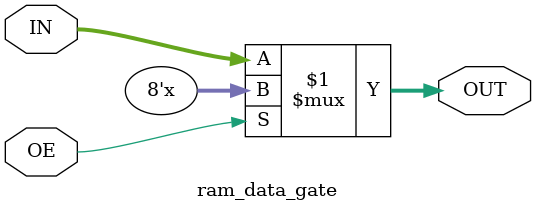
<source format=v>
module ram_data_gate 
(input OE, input [7:0] IN, output [7:0] OUT);

	assign OUT = (OE ? {8{1'bz}} : IN);
	
endmodule




</source>
